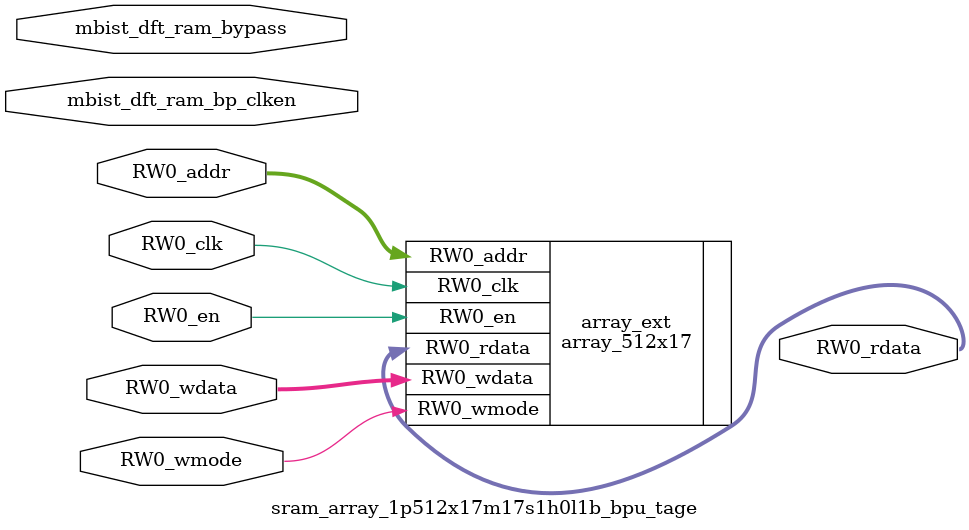
<source format=sv>
module sram_array_1p512x17m17s1h0l1b_bpu_tage(
  input         mbist_dft_ram_bypass,
  input         mbist_dft_ram_bp_clken,
  input         RW0_clk,
  input  [8:0]  RW0_addr,
  input         RW0_en,
  input         RW0_wmode,
  input  [16:0] RW0_wdata,
  output [16:0] RW0_rdata
);

  array_512x17 array_ext (
    .RW0_addr  (RW0_addr),
    .RW0_en    (RW0_en),
    .RW0_clk   (RW0_clk),
    .RW0_wmode (RW0_wmode),
    .RW0_wdata (RW0_wdata),
    .RW0_rdata (RW0_rdata)
  );
endmodule


</source>
